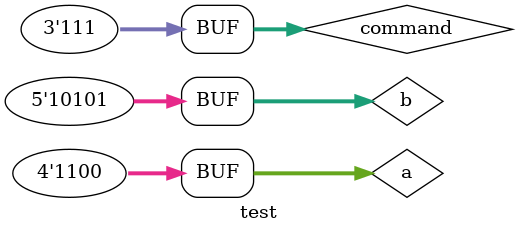
<source format=v>
module test();
    reg [3:0] a;
    reg [4:0] b;
    reg [2:0] command;
    wire [4:0] sum;
    

    alu  alu_instance(a, b, command, sum);

    
    initial begin 
        a <= 4'b0;
        b <= 5'b0;
        command <= 5'b0;
    end

    initial
    begin
        $monitor("a:%d (%b)   b%d (%b)   command:%b   res:%d (%b)", a, a, b, b, command, sum, sum);

        #10

        a <= 10;
        b <= 1;
        command <= 3'b001;

        #10

        command <= 3'b010;

        #10

        a <= 4'b1011;
        b <= 5'b10101;
        command <= 3'b011;

        #10

        command <= 3'b100;

        #10

        a <= 15;
        command <= 3'b110;

        #10

        a <= 15;
        b <= 12;
        command <= 3'b101;

        #10

        a <= 12;
        b <= 15;
        command <= 3'b101;

        #10

        b <= 21;
        command <= 3'b111;
    end
    

endmodule

</source>
